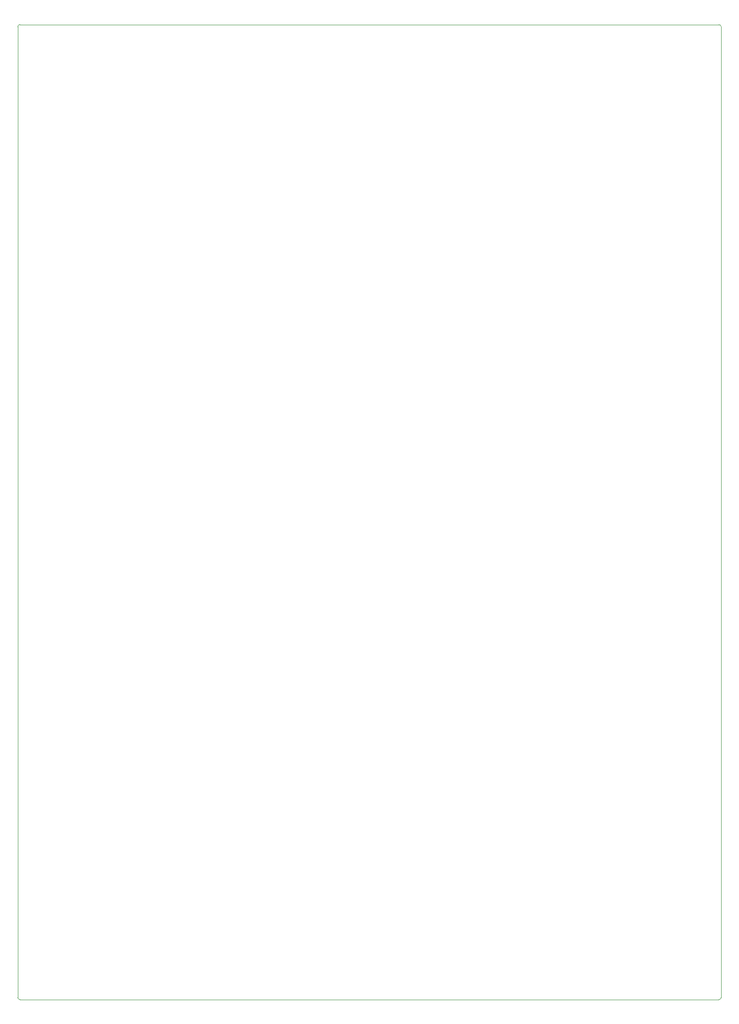
<source format=gbr>
%TF.GenerationSoftware,KiCad,Pcbnew,(5.1.9)-1*%
%TF.CreationDate,2021-02-09T21:05:23+07:00*%
%TF.ProjectId,notebook,6e6f7465-626f-46f6-9b2e-6b696361645f,rev?*%
%TF.SameCoordinates,Original*%
%TF.FileFunction,Profile,NP*%
%FSLAX46Y46*%
G04 Gerber Fmt 4.6, Leading zero omitted, Abs format (unit mm)*
G04 Created by KiCad (PCBNEW (5.1.9)-1) date 2021-02-09 21:05:23*
%MOMM*%
%LPD*%
G01*
G04 APERTURE LIST*
%TA.AperFunction,Profile*%
%ADD10C,0.050000*%
%TD*%
G04 APERTURE END LIST*
D10*
X170000000Y-219600000D02*
G75*
G02*
X169600000Y-220000000I-400000J0D01*
G01*
X40400000Y-220000000D02*
X169600000Y-220000000D01*
X170000000Y-40400000D02*
X170000000Y-219600000D01*
X40000000Y-40400000D02*
X40000000Y-219600000D01*
X40400000Y-40000000D02*
X169600000Y-40000000D01*
X40400000Y-220000000D02*
G75*
G02*
X40000000Y-219600000I0J400000D01*
G01*
X40000000Y-40400000D02*
G75*
G02*
X40400000Y-40000000I400000J0D01*
G01*
X169600000Y-40000000D02*
G75*
G02*
X170000000Y-40400000I0J-400000D01*
G01*
M02*

</source>
